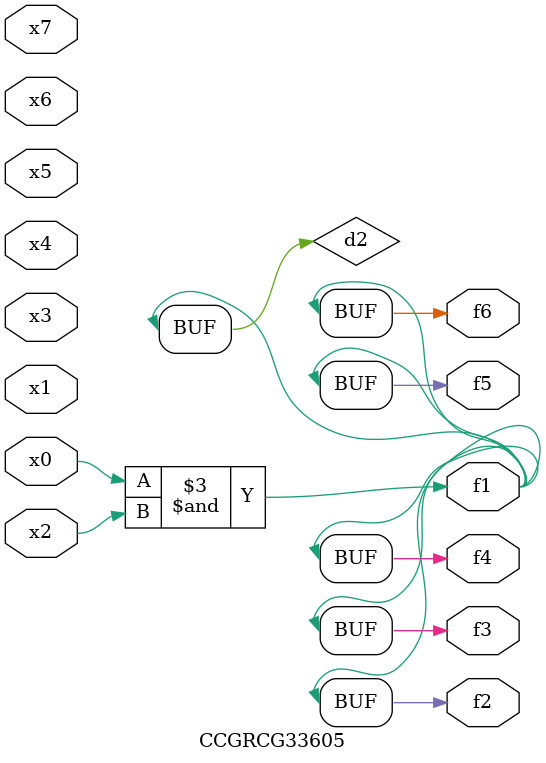
<source format=v>
module CCGRCG33605(
	input x0, x1, x2, x3, x4, x5, x6, x7,
	output f1, f2, f3, f4, f5, f6
);

	wire d1, d2;

	nor (d1, x3, x6);
	and (d2, x0, x2);
	assign f1 = d2;
	assign f2 = d2;
	assign f3 = d2;
	assign f4 = d2;
	assign f5 = d2;
	assign f6 = d2;
endmodule

</source>
